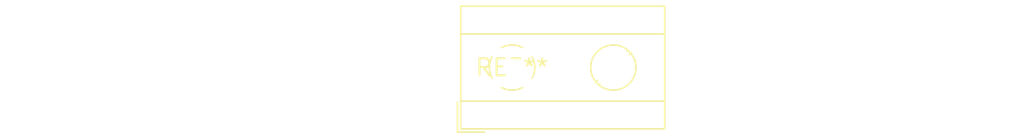
<source format=kicad_pcb>
(kicad_pcb (version 20240108) (generator pcbnew)
  (layers (0 "F.Cu" signal) (31 "B.Cu" signal) (34 "B.Paste" user) (35 "F.Paste" user) (36 "B.SilkS" user "B.Silkscreen") (37 "F.SilkS" user "F.Silkscreen") (38 "B.Mask" user) (39 "F.Mask" user) (44 "Edge.Cuts" user))
  (net 0 "")
  (footprint "TerminalBlock_MetzConnect_Type171_RT13702HBWC_1x02_P7.50mm_Horizontal" (layer "F.Cu") (at 0 0)
    (property "Reference" "REF**")
    (property "Value" "TerminalBlock_MetzConnect_Type171_RT13702HBWC_1x02_P7.50mm_Horizontal")
    (fp_line (start -4.05 2.56) (end -4.05 4.8) (layer "F.SilkS") (stroke (width 0.12)))
    (fp_line (start -4.05 4.8) (end -2.05 4.8) (layer "F.SilkS") (stroke (width 0.12)))
    (fp_line (start -3.81 -4.56) (end -3.81 4.56) (layer "F.SilkS") (stroke (width 0.12)))
    (fp_line (start -3.81 -4.56) (end 11.31 -4.56) (layer "F.SilkS") (stroke (width 0.12)))
    (fp_line (start -3.81 -2.5) (end 11.31 -2.5) (layer "F.SilkS") (stroke (width 0.12)))
    (fp_line (start -3.81 2.5) (end 11.31 2.5) (layer "F.SilkS") (stroke (width 0.12)))
    (fp_line (start -3.81 4.56) (end 11.31 4.56) (layer "F.SilkS") (stroke (width 0.12)))
    (fp_line (start 6.32 0.976) (end 6.226 1.069) (layer "F.SilkS") (stroke (width 0.12)))
    (fp_line (start 6.49 1.216) (end 6.431 1.274) (layer "F.SilkS") (stroke (width 0.12)))
    (fp_line (start 8.57 -1.275) (end 8.511 -1.216) (layer "F.SilkS") (stroke (width 0.12)))
    (fp_line (start 8.775 -1.069) (end 8.681 -0.976) (layer "F.SilkS") (stroke (width 0.12)))
    (fp_line (start 11.31 -4.56) (end 11.31 4.56) (layer "F.SilkS") (stroke (width 0.12)))
    (fp_arc (start -1.483953 0.789089) (mid -1.680708 5e-05) (end -1.484 -0.789) (layer "F.SilkS") (stroke (width 0.12)))
    (fp_arc (start -0.789089 -1.483953) (mid -5e-05 -1.680708) (end 0.789 -1.484) (layer "F.SilkS") (stroke (width 0.12)))
    (fp_arc (start 0.029383 1.68045) (mid -0.392304 1.634281) (end -0.789 1.484) (layer "F.SilkS") (stroke (width 0.12)))
    (fp_arc (start 0.788712 1.483352) (mid 0.406429 1.630097) (end 0 1.68) (layer "F.SilkS") (stroke (width 0.12)))
    (fp_arc (start 1.483953 -0.789089) (mid 1.680708 -5e-05) (end 1.484 0.789) (layer "F.SilkS") (stroke (width 0.12)))
    (fp_circle (center 7.5 0) (end 9.18 0) (layer "F.SilkS") (stroke (width 0.12)) (fill none))
    (pad "1" thru_hole rect (at 0 0) (size 2.5 2.5) (drill 1.3) (layers *.Cu *.Mask) (remove_unused_layers))
    (pad "2" thru_hole circle (at 7.5 0) (size 2.5 2.5) (drill 1.3) (layers *.Cu *.Mask) (remove_unused_layers))
  )
)
</source>
